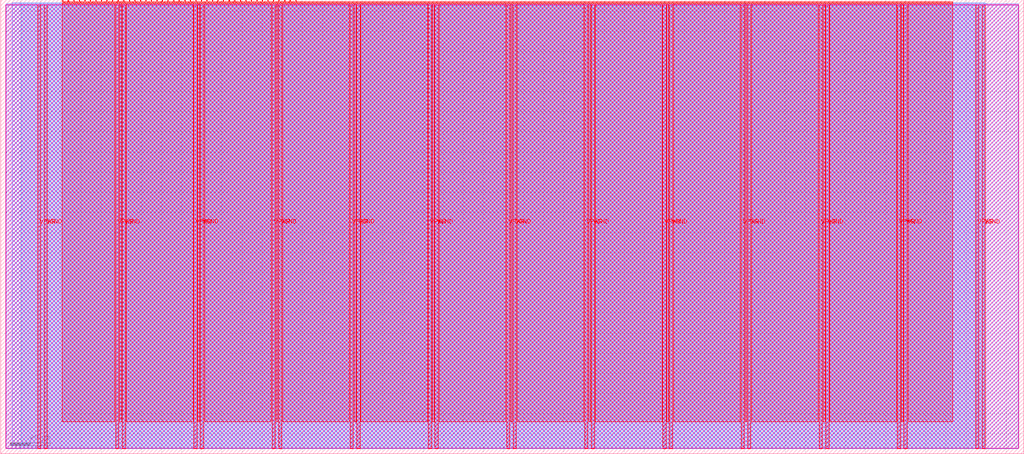
<source format=lef>
VERSION 5.7 ;
  NOWIREEXTENSIONATPIN ON ;
  DIVIDERCHAR "/" ;
  BUSBITCHARS "[]" ;
MACRO tt_um_jamesrosssharp_1bitam
  CLASS BLOCK ;
  FOREIGN tt_um_jamesrosssharp_1bitam ;
  ORIGIN 0.000 0.000 ;
  SIZE 508.760 BY 225.760 ;
  PIN VGND
    DIRECTION INOUT ;
    USE GROUND ;
    PORT
      LAYER met4 ;
        RECT 21.580 2.480 23.180 223.280 ;
    END
    PORT
      LAYER met4 ;
        RECT 60.450 2.480 62.050 223.280 ;
    END
    PORT
      LAYER met4 ;
        RECT 99.320 2.480 100.920 223.280 ;
    END
    PORT
      LAYER met4 ;
        RECT 138.190 2.480 139.790 223.280 ;
    END
    PORT
      LAYER met4 ;
        RECT 177.060 2.480 178.660 223.280 ;
    END
    PORT
      LAYER met4 ;
        RECT 215.930 2.480 217.530 223.280 ;
    END
    PORT
      LAYER met4 ;
        RECT 254.800 2.480 256.400 223.280 ;
    END
    PORT
      LAYER met4 ;
        RECT 293.670 2.480 295.270 223.280 ;
    END
    PORT
      LAYER met4 ;
        RECT 332.540 2.480 334.140 223.280 ;
    END
    PORT
      LAYER met4 ;
        RECT 371.410 2.480 373.010 223.280 ;
    END
    PORT
      LAYER met4 ;
        RECT 410.280 2.480 411.880 223.280 ;
    END
    PORT
      LAYER met4 ;
        RECT 449.150 2.480 450.750 223.280 ;
    END
    PORT
      LAYER met4 ;
        RECT 488.020 2.480 489.620 223.280 ;
    END
  END VGND
  PIN VPWR
    DIRECTION INOUT ;
    USE POWER ;
    PORT
      LAYER met4 ;
        RECT 18.280 2.480 19.880 223.280 ;
    END
    PORT
      LAYER met4 ;
        RECT 57.150 2.480 58.750 223.280 ;
    END
    PORT
      LAYER met4 ;
        RECT 96.020 2.480 97.620 223.280 ;
    END
    PORT
      LAYER met4 ;
        RECT 134.890 2.480 136.490 223.280 ;
    END
    PORT
      LAYER met4 ;
        RECT 173.760 2.480 175.360 223.280 ;
    END
    PORT
      LAYER met4 ;
        RECT 212.630 2.480 214.230 223.280 ;
    END
    PORT
      LAYER met4 ;
        RECT 251.500 2.480 253.100 223.280 ;
    END
    PORT
      LAYER met4 ;
        RECT 290.370 2.480 291.970 223.280 ;
    END
    PORT
      LAYER met4 ;
        RECT 329.240 2.480 330.840 223.280 ;
    END
    PORT
      LAYER met4 ;
        RECT 368.110 2.480 369.710 223.280 ;
    END
    PORT
      LAYER met4 ;
        RECT 406.980 2.480 408.580 223.280 ;
    END
    PORT
      LAYER met4 ;
        RECT 445.850 2.480 447.450 223.280 ;
    END
    PORT
      LAYER met4 ;
        RECT 484.720 2.480 486.320 223.280 ;
    END
  END VPWR
  PIN clk
    DIRECTION INPUT ;
    USE SIGNAL ;
    ANTENNAGATEAREA 0.852000 ;
    PORT
      LAYER met4 ;
        RECT 143.830 224.760 144.130 225.760 ;
    END
  END clk
  PIN ena
    DIRECTION INPUT ;
    USE SIGNAL ;
    PORT
      LAYER met4 ;
        RECT 146.590 224.760 146.890 225.760 ;
    END
  END ena
  PIN rst_n
    DIRECTION INPUT ;
    USE SIGNAL ;
    ANTENNAGATEAREA 0.126000 ;
    PORT
      LAYER met4 ;
        RECT 141.070 224.760 141.370 225.760 ;
    END
  END rst_n
  PIN ui_in[0]
    DIRECTION INPUT ;
    USE SIGNAL ;
    ANTENNAGATEAREA 0.196500 ;
    PORT
      LAYER met4 ;
        RECT 138.310 224.760 138.610 225.760 ;
    END
  END ui_in[0]
  PIN ui_in[1]
    DIRECTION INPUT ;
    USE SIGNAL ;
    ANTENNAGATEAREA 0.196500 ;
    PORT
      LAYER met4 ;
        RECT 135.550 224.760 135.850 225.760 ;
    END
  END ui_in[1]
  PIN ui_in[2]
    DIRECTION INPUT ;
    USE SIGNAL ;
    ANTENNAGATEAREA 0.196500 ;
    PORT
      LAYER met4 ;
        RECT 132.790 224.760 133.090 225.760 ;
    END
  END ui_in[2]
  PIN ui_in[3]
    DIRECTION INPUT ;
    USE SIGNAL ;
    ANTENNAGATEAREA 0.196500 ;
    PORT
      LAYER met4 ;
        RECT 130.030 224.760 130.330 225.760 ;
    END
  END ui_in[3]
  PIN ui_in[4]
    DIRECTION INPUT ;
    USE SIGNAL ;
    PORT
      LAYER met4 ;
        RECT 127.270 224.760 127.570 225.760 ;
    END
  END ui_in[4]
  PIN ui_in[5]
    DIRECTION INPUT ;
    USE SIGNAL ;
    PORT
      LAYER met4 ;
        RECT 124.510 224.760 124.810 225.760 ;
    END
  END ui_in[5]
  PIN ui_in[6]
    DIRECTION INPUT ;
    USE SIGNAL ;
    PORT
      LAYER met4 ;
        RECT 121.750 224.760 122.050 225.760 ;
    END
  END ui_in[6]
  PIN ui_in[7]
    DIRECTION INPUT ;
    USE SIGNAL ;
    PORT
      LAYER met4 ;
        RECT 118.990 224.760 119.290 225.760 ;
    END
  END ui_in[7]
  PIN uio_in[0]
    DIRECTION INPUT ;
    USE SIGNAL ;
    PORT
      LAYER met4 ;
        RECT 116.230 224.760 116.530 225.760 ;
    END
  END uio_in[0]
  PIN uio_in[1]
    DIRECTION INPUT ;
    USE SIGNAL ;
    PORT
      LAYER met4 ;
        RECT 113.470 224.760 113.770 225.760 ;
    END
  END uio_in[1]
  PIN uio_in[2]
    DIRECTION INPUT ;
    USE SIGNAL ;
    PORT
      LAYER met4 ;
        RECT 110.710 224.760 111.010 225.760 ;
    END
  END uio_in[2]
  PIN uio_in[3]
    DIRECTION INPUT ;
    USE SIGNAL ;
    PORT
      LAYER met4 ;
        RECT 107.950 224.760 108.250 225.760 ;
    END
  END uio_in[3]
  PIN uio_in[4]
    DIRECTION INPUT ;
    USE SIGNAL ;
    PORT
      LAYER met4 ;
        RECT 105.190 224.760 105.490 225.760 ;
    END
  END uio_in[4]
  PIN uio_in[5]
    DIRECTION INPUT ;
    USE SIGNAL ;
    PORT
      LAYER met4 ;
        RECT 102.430 224.760 102.730 225.760 ;
    END
  END uio_in[5]
  PIN uio_in[6]
    DIRECTION INPUT ;
    USE SIGNAL ;
    PORT
      LAYER met4 ;
        RECT 99.670 224.760 99.970 225.760 ;
    END
  END uio_in[6]
  PIN uio_in[7]
    DIRECTION INPUT ;
    USE SIGNAL ;
    PORT
      LAYER met4 ;
        RECT 96.910 224.760 97.210 225.760 ;
    END
  END uio_in[7]
  PIN uio_oe[0]
    DIRECTION OUTPUT ;
    USE SIGNAL ;
    PORT
      LAYER met4 ;
        RECT 49.990 224.760 50.290 225.760 ;
    END
  END uio_oe[0]
  PIN uio_oe[1]
    DIRECTION OUTPUT ;
    USE SIGNAL ;
    PORT
      LAYER met4 ;
        RECT 47.230 224.760 47.530 225.760 ;
    END
  END uio_oe[1]
  PIN uio_oe[2]
    DIRECTION OUTPUT ;
    USE SIGNAL ;
    PORT
      LAYER met4 ;
        RECT 44.470 224.760 44.770 225.760 ;
    END
  END uio_oe[2]
  PIN uio_oe[3]
    DIRECTION OUTPUT ;
    USE SIGNAL ;
    PORT
      LAYER met4 ;
        RECT 41.710 224.760 42.010 225.760 ;
    END
  END uio_oe[3]
  PIN uio_oe[4]
    DIRECTION OUTPUT ;
    USE SIGNAL ;
    PORT
      LAYER met4 ;
        RECT 38.950 224.760 39.250 225.760 ;
    END
  END uio_oe[4]
  PIN uio_oe[5]
    DIRECTION OUTPUT ;
    USE SIGNAL ;
    PORT
      LAYER met4 ;
        RECT 36.190 224.760 36.490 225.760 ;
    END
  END uio_oe[5]
  PIN uio_oe[6]
    DIRECTION OUTPUT ;
    USE SIGNAL ;
    PORT
      LAYER met4 ;
        RECT 33.430 224.760 33.730 225.760 ;
    END
  END uio_oe[6]
  PIN uio_oe[7]
    DIRECTION OUTPUT ;
    USE SIGNAL ;
    PORT
      LAYER met4 ;
        RECT 30.670 224.760 30.970 225.760 ;
    END
  END uio_oe[7]
  PIN uio_out[0]
    DIRECTION OUTPUT ;
    USE SIGNAL ;
    PORT
      LAYER met4 ;
        RECT 72.070 224.760 72.370 225.760 ;
    END
  END uio_out[0]
  PIN uio_out[1]
    DIRECTION OUTPUT ;
    USE SIGNAL ;
    PORT
      LAYER met4 ;
        RECT 69.310 224.760 69.610 225.760 ;
    END
  END uio_out[1]
  PIN uio_out[2]
    DIRECTION OUTPUT ;
    USE SIGNAL ;
    PORT
      LAYER met4 ;
        RECT 66.550 224.760 66.850 225.760 ;
    END
  END uio_out[2]
  PIN uio_out[3]
    DIRECTION OUTPUT ;
    USE SIGNAL ;
    PORT
      LAYER met4 ;
        RECT 63.790 224.760 64.090 225.760 ;
    END
  END uio_out[3]
  PIN uio_out[4]
    DIRECTION OUTPUT ;
    USE SIGNAL ;
    PORT
      LAYER met4 ;
        RECT 61.030 224.760 61.330 225.760 ;
    END
  END uio_out[4]
  PIN uio_out[5]
    DIRECTION OUTPUT ;
    USE SIGNAL ;
    PORT
      LAYER met4 ;
        RECT 58.270 224.760 58.570 225.760 ;
    END
  END uio_out[5]
  PIN uio_out[6]
    DIRECTION OUTPUT ;
    USE SIGNAL ;
    PORT
      LAYER met4 ;
        RECT 55.510 224.760 55.810 225.760 ;
    END
  END uio_out[6]
  PIN uio_out[7]
    DIRECTION OUTPUT ;
    USE SIGNAL ;
    PORT
      LAYER met4 ;
        RECT 52.750 224.760 53.050 225.760 ;
    END
  END uio_out[7]
  PIN uo_out[0]
    DIRECTION OUTPUT ;
    USE SIGNAL ;
    ANTENNADIFFAREA 0.795200 ;
    PORT
      LAYER met4 ;
        RECT 94.150 224.760 94.450 225.760 ;
    END
  END uo_out[0]
  PIN uo_out[1]
    DIRECTION OUTPUT ;
    USE SIGNAL ;
    ANTENNADIFFAREA 0.445500 ;
    PORT
      LAYER met4 ;
        RECT 91.390 224.760 91.690 225.760 ;
    END
  END uo_out[1]
  PIN uo_out[2]
    DIRECTION OUTPUT ;
    USE SIGNAL ;
    PORT
      LAYER met4 ;
        RECT 88.630 224.760 88.930 225.760 ;
    END
  END uo_out[2]
  PIN uo_out[3]
    DIRECTION OUTPUT ;
    USE SIGNAL ;
    PORT
      LAYER met4 ;
        RECT 85.870 224.760 86.170 225.760 ;
    END
  END uo_out[3]
  PIN uo_out[4]
    DIRECTION OUTPUT ;
    USE SIGNAL ;
    PORT
      LAYER met4 ;
        RECT 83.110 224.760 83.410 225.760 ;
    END
  END uo_out[4]
  PIN uo_out[5]
    DIRECTION OUTPUT ;
    USE SIGNAL ;
    PORT
      LAYER met4 ;
        RECT 80.350 224.760 80.650 225.760 ;
    END
  END uo_out[5]
  PIN uo_out[6]
    DIRECTION OUTPUT ;
    USE SIGNAL ;
    PORT
      LAYER met4 ;
        RECT 77.590 224.760 77.890 225.760 ;
    END
  END uo_out[6]
  PIN uo_out[7]
    DIRECTION OUTPUT ;
    USE SIGNAL ;
    PORT
      LAYER met4 ;
        RECT 74.830 224.760 75.130 225.760 ;
    END
  END uo_out[7]
  OBS
      LAYER nwell ;
        RECT 2.570 2.635 506.190 223.230 ;
      LAYER li1 ;
        RECT 2.760 2.635 506.000 223.125 ;
      LAYER met1 ;
        RECT 2.760 2.480 506.000 223.680 ;
      LAYER met2 ;
        RECT 5.620 2.535 489.590 224.245 ;
      LAYER met3 ;
        RECT 10.185 2.555 489.610 224.225 ;
      LAYER met4 ;
        RECT 31.370 224.360 33.030 224.760 ;
        RECT 34.130 224.360 35.790 224.760 ;
        RECT 36.890 224.360 38.550 224.760 ;
        RECT 39.650 224.360 41.310 224.760 ;
        RECT 42.410 224.360 44.070 224.760 ;
        RECT 45.170 224.360 46.830 224.760 ;
        RECT 47.930 224.360 49.590 224.760 ;
        RECT 50.690 224.360 52.350 224.760 ;
        RECT 53.450 224.360 55.110 224.760 ;
        RECT 56.210 224.360 57.870 224.760 ;
        RECT 58.970 224.360 60.630 224.760 ;
        RECT 61.730 224.360 63.390 224.760 ;
        RECT 64.490 224.360 66.150 224.760 ;
        RECT 67.250 224.360 68.910 224.760 ;
        RECT 70.010 224.360 71.670 224.760 ;
        RECT 72.770 224.360 74.430 224.760 ;
        RECT 75.530 224.360 77.190 224.760 ;
        RECT 78.290 224.360 79.950 224.760 ;
        RECT 81.050 224.360 82.710 224.760 ;
        RECT 83.810 224.360 85.470 224.760 ;
        RECT 86.570 224.360 88.230 224.760 ;
        RECT 89.330 224.360 90.990 224.760 ;
        RECT 92.090 224.360 93.750 224.760 ;
        RECT 94.850 224.360 96.510 224.760 ;
        RECT 97.610 224.360 99.270 224.760 ;
        RECT 100.370 224.360 102.030 224.760 ;
        RECT 103.130 224.360 104.790 224.760 ;
        RECT 105.890 224.360 107.550 224.760 ;
        RECT 108.650 224.360 110.310 224.760 ;
        RECT 111.410 224.360 113.070 224.760 ;
        RECT 114.170 224.360 115.830 224.760 ;
        RECT 116.930 224.360 118.590 224.760 ;
        RECT 119.690 224.360 121.350 224.760 ;
        RECT 122.450 224.360 124.110 224.760 ;
        RECT 125.210 224.360 126.870 224.760 ;
        RECT 127.970 224.360 129.630 224.760 ;
        RECT 130.730 224.360 132.390 224.760 ;
        RECT 133.490 224.360 135.150 224.760 ;
        RECT 136.250 224.360 137.910 224.760 ;
        RECT 139.010 224.360 140.670 224.760 ;
        RECT 141.770 224.360 143.430 224.760 ;
        RECT 144.530 224.360 146.190 224.760 ;
        RECT 147.290 224.360 473.505 224.760 ;
        RECT 30.655 223.680 473.505 224.360 ;
        RECT 30.655 15.815 56.750 223.680 ;
        RECT 59.150 15.815 60.050 223.680 ;
        RECT 62.450 15.815 95.620 223.680 ;
        RECT 98.020 15.815 98.920 223.680 ;
        RECT 101.320 15.815 134.490 223.680 ;
        RECT 136.890 15.815 137.790 223.680 ;
        RECT 140.190 15.815 173.360 223.680 ;
        RECT 175.760 15.815 176.660 223.680 ;
        RECT 179.060 15.815 212.230 223.680 ;
        RECT 214.630 15.815 215.530 223.680 ;
        RECT 217.930 15.815 251.100 223.680 ;
        RECT 253.500 15.815 254.400 223.680 ;
        RECT 256.800 15.815 289.970 223.680 ;
        RECT 292.370 15.815 293.270 223.680 ;
        RECT 295.670 15.815 328.840 223.680 ;
        RECT 331.240 15.815 332.140 223.680 ;
        RECT 334.540 15.815 367.710 223.680 ;
        RECT 370.110 15.815 371.010 223.680 ;
        RECT 373.410 15.815 406.580 223.680 ;
        RECT 408.980 15.815 409.880 223.680 ;
        RECT 412.280 15.815 445.450 223.680 ;
        RECT 447.850 15.815 448.750 223.680 ;
        RECT 451.150 15.815 473.505 223.680 ;
  END
END tt_um_jamesrosssharp_1bitam
END LIBRARY


</source>
